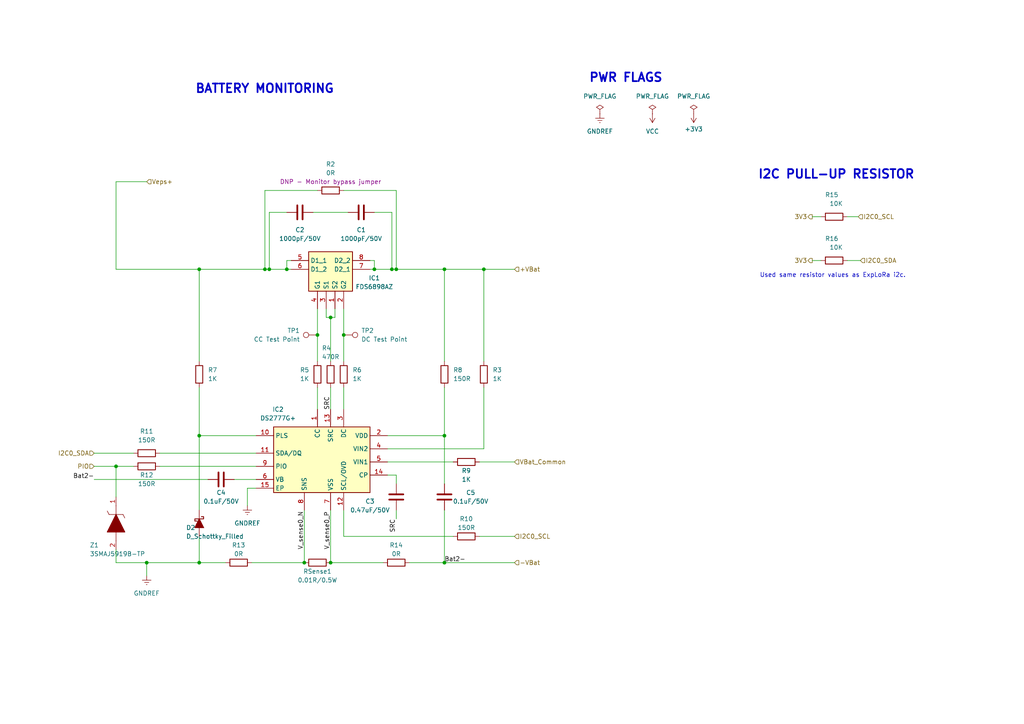
<source format=kicad_sch>
(kicad_sch (version 20230121) (generator eeschema)
  (paper "A4")
  (lib_symbols
    (symbol "3SMAJ5919B-TP:3SMAJ5919B-TP" (pin_names (offset 0.762))
      (property "Reference" "Z" (at 10.16 8.89 0))
      (property "Value" "3SMAJ5919B-TP" (at 10.16 6.35 0))
      (symbol "3SMAJ5919B-TP_0_0"
        (pin passive line (at 0 0 0) (length 2.54) (name "~") (number "1"))
        (pin passive line (at 15.24 0 180) (length 2.54) (name "~") (number "2"))
      )
      (symbol "3SMAJ5919B-TP_0_1"
        (polyline (pts (xy 2.54 0) (xy 5.08 0)) (stroke (width 0.1524)))
        (polyline (pts (xy 4.064 -2.54) (xy 5.08 -2.032)) (stroke (width 0.1524)))
        (polyline (pts (xy 5.08 2.032) (xy 5.08 -2.032)) (stroke (width 0.1524)))
        (polyline (pts (xy 5.08 2.032) (xy 6.096 2.54)) (stroke (width 0.1524)))
        (polyline (pts (xy 12.7 0) (xy 10.16 0)) (stroke (width 0.1524)))
        (polyline (pts (xy 5.08 0) (xy 10.16 2.54) (xy 10.16 -2.54) (xy 5.08 0)) (stroke (width 0.254)) (fill (type outline)))
      )
    )
    (symbol "Connector:TestPoint" (pin_numbers hide) (pin_names (offset 0.762) hide)
      (property "Reference" "TP" (at 0 6.858 0))
      (property "Value" "TestPoint" (at 0 5.08 0))
      (symbol "TestPoint_0_1"
        (circle (center 0 3.302) (radius 0.762))
      )
      (symbol "TestPoint_1_1"
        (pin passive line (at 0 0 90) (length 2.54) (name "1") (number "1"))
      )
    )
    (symbol "DS2777G+:DS2777G+"
      (property "Reference" "IC2" (at 6.35 7.62 0))
      (property "Value" "DS2777G+" (at 6.35 5.08 0))
      (symbol "DS2777G+_1_1"
        (rectangle (start 5.08 2.54) (end 33.02 -16.51) (stroke (width 0.254)) (fill (type background)))
        (pin passive line (at 17.78 7.62 270) (length 5.08) (name "CC") (number "1"))
        (pin passive line (at 0 0 0) (length 5.08) (name "PLS") (number "10"))
        (pin passive line (at 0 -5.08 0) (length 5.08) (name "SDA/DQ") (number "11"))
        (pin passive line (at 25.4 -21.59 90) (length 5.08) (name "SCL/OVD") (number "12"))
        (pin passive line (at 21.59 7.62 270) (length 5.08) (name "SRC") (number "13"))
        (pin passive line (at 38.1 -11.43 180) (length 5.08) (name "CP") (number "14"))
        (pin passive line (at 0 -15.24 0) (length 5.08) (name "EP") (number "15"))
        (pin passive line (at 38.1 0 180) (length 5.08) (name "VDD") (number "2"))
        (pin passive line (at 25.4 7.62 270) (length 5.08) (name "DC") (number "3"))
        (pin passive line (at 38.1 -3.81 180) (length 5.08) (name "VIN2") (number "4"))
        (pin passive line (at 38.1 -7.62 180) (length 5.08) (name "VIN1") (number "5"))
        (pin passive line (at 0 -12.7 0) (length 5.08) (name "VB") (number "6"))
        (pin passive line (at 21.59 -21.59 90) (length 5.08) (name "VSS") (number "7"))
        (pin passive line (at 13.97 -21.59 90) (length 5.08) (name "SNS") (number "8"))
        (pin passive line (at 0 -8.89 0) (length 5.08) (name "PIO") (number "9"))
      )
    )
    (symbol "Device:C" (pin_numbers hide) (pin_names (offset 0.254))
      (property "Reference" "C" (at 0.635 2.54 0))
      (property "Value" "C" (at 0.635 -2.54 0))
      (symbol "C_0_1"
        (polyline (pts (xy -2.032 -0.762) (xy 2.032 -0.762)) (stroke (width 0.508)))
        (polyline (pts (xy -2.032 0.762) (xy 2.032 0.762)) (stroke (width 0.508)))
      )
      (symbol "C_1_1"
        (pin passive line (at 0 3.81 270) (length 2.794) (name "~") (number "1"))
        (pin passive line (at 0 -3.81 90) (length 2.794) (name "~") (number "2"))
      )
    )
    (symbol "Device:D_Schottky_Filled" (pin_numbers hide) (pin_names (offset 1.016) hide)
      (property "Reference" "D" (at 0 2.54 0))
      (property "Value" "D_Schottky_Filled" (at 0 -2.54 0))
      (symbol "D_Schottky_Filled_0_1"
        (polyline (pts (xy 1.27 0) (xy -1.27 0)))
        (polyline (pts (xy 1.27 1.27) (xy 1.27 -1.27) (xy -1.27 0) (xy 1.27 1.27)) (stroke (width 0.254)) (fill (type outline)))
        (polyline (pts (xy -1.905 0.635) (xy -1.905 1.27) (xy -1.27 1.27) (xy -1.27 -1.27) (xy -0.635 -1.27) (xy -0.635 -0.635)) (stroke (width 0.254)))
      )
      (symbol "D_Schottky_Filled_1_1"
        (pin passive line (at -3.81 0 0) (length 2.54) (name "K") (number "1"))
        (pin passive line (at 3.81 0 180) (length 2.54) (name "A") (number "2"))
      )
    )
    (symbol "Device:R" (pin_numbers hide) (pin_names (offset 0))
      (property "Reference" "R" (at 2.032 0 90))
      (property "Value" "R" (at 0 0 90))
      (symbol "R_0_1"
        (rectangle (start -1.016 -2.54) (end 1.016 2.54) (stroke (width 0.254)))
      )
      (symbol "R_1_1"
        (pin passive line (at 0 3.81 270) (length 1.27) (name "~") (number "1"))
        (pin passive line (at 0 -3.81 90) (length 1.27) (name "~") (number "2"))
      )
    )
    (symbol "FDS6898AZ-:FDS6898AZ"
      (property "Reference" "IC1" (at 12.7 7.62 0))
      (property "Value" "FDS6898AZ" (at 12.7 5.08 0))
      (symbol "FDS6898AZ_1_1"
        (rectangle (start 6.35 -6.35) (end 19.05 -17.78) (stroke (width 0.254)) (fill (type background)))
        (pin passive line (at 13.97 -22.86 90) (length 5.08) (name "S2") (number "1"))
        (pin passive line (at 16.51 -22.86 90) (length 5.08) (name "G2") (number "2"))
        (pin passive line (at 11.43 -22.86 90) (length 5.08) (name "S1") (number "3"))
        (pin passive line (at 8.89 -22.86 90) (length 5.08) (name "G1") (number "4"))
        (pin passive line (at 1.27 -8.89 0) (length 5.08) (name "D1_1") (number "5"))
        (pin passive line (at 1.27 -11.43 0) (length 5.08) (name "D1_2") (number "6"))
        (pin passive line (at 24.13 -11.43 180) (length 5.08) (name "D2_1") (number "7"))
        (pin passive line (at 24.13 -8.89 180) (length 5.08) (name "D2_2") (number "8"))
      )
    )
    (symbol "power:+3V3" (power) (pin_names (offset 0))
      (property "Value" "+3V3" (at 0 3.556 0))
      (symbol "+3V3_0_1"
        (polyline (pts (xy -0.762 1.27) (xy 0 2.54)))
        (polyline (pts (xy 0 0) (xy 0 2.54)))
        (polyline (pts (xy 0 2.54) (xy 0.762 1.27)))
      )
      (symbol "+3V3_1_1"
        (pin power_in line (at 0 0 90) (length 0) hide (name "+3V3") (number "1"))
      )
    )
    (symbol "power:GNDREF" (power) (pin_names (offset 0))
      (property "Value" "GNDREF" (at 0 -3.81 0))
      (symbol "GNDREF_0_1"
        (polyline (pts (xy -0.635 -1.905) (xy 0.635 -1.905)))
        (polyline (pts (xy -0.127 -2.54) (xy 0.127 -2.54)))
        (polyline (pts (xy 0 -1.27) (xy 0 0)))
        (polyline (pts (xy 1.27 -1.27) (xy -1.27 -1.27)))
      )
      (symbol "GNDREF_1_1"
        (pin power_in line (at 0 0 270) (length 0) hide (name "GNDREF") (number "1"))
      )
    )
    (symbol "power:PWR_FLAG" (power) (pin_numbers hide) (pin_names (offset 0) hide)
      (property "Value" "PWR_FLAG" (at 0 3.81 0))
      (symbol "PWR_FLAG_0_0"
        (pin power_out line (at 0 0 90) (length 0) (name "pwr") (number "1"))
      )
      (symbol "PWR_FLAG_0_1"
        (polyline (pts (xy 0 0) (xy 0 1.27) (xy -1.016 1.905) (xy 0 2.54) (xy 1.016 1.905) (xy 0 1.27)))
      )
    )
    (symbol "power:VCC" (power) (pin_names (offset 0))
      (property "Value" "VCC" (at 0 3.81 0))
      (symbol "VCC_0_1"
        (polyline (pts (xy -0.762 1.27) (xy 0 2.54)))
        (polyline (pts (xy 0 0) (xy 0 2.54)))
        (polyline (pts (xy 0 2.54) (xy 0.762 1.27)))
      )
      (symbol "VCC_1_1"
        (pin power_in line (at 0 0 90) (length 0) hide (name "VCC") (number "1"))
      )
    )
  )
  (junction (at 95.885 92.075))
  (junction (at 57.785 78.105))
  (junction (at 113.665 78.105))
  (junction (at 140.335 78.105))
  (junction (at 78.105 78.105))
  (junction (at 128.905 78.105))
  (junction (at 33.655 135.255))
  (junction (at 95.885 163.195))
  (junction (at 128.905 126.365))
  (junction (at 42.545 163.195))
  (junction (at 83.185 78.105))
  (junction (at 99.695 97.155))
  (junction (at 76.835 78.105))
  (junction (at 57.785 163.195))
  (junction (at 108.585 78.105))
  (junction (at 57.785 126.365))
  (junction (at 92.075 97.155))
  (junction (at 114.935 78.105))
  (junction (at 88.265 163.195))
  (junction (at 128.905 163.195))
  (wire (pts (xy 128.905 147.955) (xy 128.905 163.195)))
  (wire (pts (xy 245.745 62.865) (xy 248.92 62.865)))
  (wire (pts (xy 140.335 112.395) (xy 140.335 130.175)))
  (wire (pts (xy 83.185 75.565) (xy 83.185 78.105)))
  (wire (pts (xy 245.745 75.565) (xy 249.555 75.565)))
  (wire (pts (xy 113.665 61.595) (xy 108.585 61.595)))
  (wire (pts (xy 88.265 147.955) (xy 88.265 163.195)))
  (wire (pts (xy 74.295 126.365) (xy 57.785 126.365)))
  (wire (pts (xy 33.655 52.705) (xy 42.545 52.705)))
  (wire (pts (xy 108.585 78.105) (xy 113.665 78.105)))
  (wire (pts (xy 107.315 78.105) (xy 108.585 78.105)))
  (wire (pts (xy 67.945 139.065) (xy 74.295 139.065)))
  (wire (pts (xy 97.155 92.075) (xy 97.155 89.535)))
  (wire (pts (xy 139.065 133.985) (xy 149.225 133.985)))
  (wire (pts (xy 74.295 141.605) (xy 71.755 141.605)))
  (wire (pts (xy 128.905 126.365) (xy 112.395 126.365)))
  (wire (pts (xy 78.105 61.595) (xy 83.185 61.595)))
  (wire (pts (xy 83.185 78.105) (xy 84.455 78.105)))
  (wire (pts (xy 114.935 78.105) (xy 128.905 78.105)))
  (wire (pts (xy 92.075 97.155) (xy 92.075 104.775)))
  (wire (pts (xy 88.265 163.195) (xy 73.025 163.195)))
  (wire (pts (xy 108.585 78.105) (xy 108.585 75.565)))
  (wire (pts (xy 114.935 137.795) (xy 114.935 140.335)))
  (wire (pts (xy 90.805 61.595) (xy 100.965 61.595)))
  (wire (pts (xy 65.405 163.195) (xy 57.785 163.195)))
  (wire (pts (xy 57.785 78.105) (xy 57.785 104.775)))
  (wire (pts (xy 235.585 75.565) (xy 238.125 75.565)))
  (wire (pts (xy 94.615 92.075) (xy 95.885 92.075)))
  (wire (pts (xy 99.695 55.245) (xy 114.935 55.245)))
  (wire (pts (xy 128.905 112.395) (xy 128.905 126.365)))
  (wire (pts (xy 113.665 78.105) (xy 113.665 61.595)))
  (wire (pts (xy 95.885 112.395) (xy 95.885 118.745)))
  (wire (pts (xy 140.335 78.105) (xy 149.225 78.105)))
  (wire (pts (xy 76.835 55.245) (xy 76.835 78.105)))
  (wire (pts (xy 128.905 163.195) (xy 118.745 163.195)))
  (wire (pts (xy 57.785 112.395) (xy 57.785 126.365)))
  (wire (pts (xy 235.585 62.865) (xy 238.125 62.865)))
  (wire (pts (xy 114.935 147.955) (xy 114.935 150.495)))
  (wire (pts (xy 139.065 155.575) (xy 149.225 155.575)))
  (wire (pts (xy 95.885 92.075) (xy 97.155 92.075)))
  (wire (pts (xy 108.585 75.565) (xy 107.315 75.565)))
  (wire (pts (xy 114.935 55.245) (xy 114.935 78.105)))
  (wire (pts (xy 112.395 133.985) (xy 131.445 133.985)))
  (wire (pts (xy 33.655 135.255) (xy 38.735 135.255)))
  (wire (pts (xy 33.655 163.195) (xy 33.655 159.385)))
  (wire (pts (xy 128.905 78.105) (xy 128.905 104.775)))
  (wire (pts (xy 57.785 163.195) (xy 57.785 155.575)))
  (wire (pts (xy 128.905 78.105) (xy 140.335 78.105)))
  (wire (pts (xy 78.105 78.105) (xy 83.185 78.105)))
  (wire (pts (xy 140.335 78.105) (xy 140.335 104.775)))
  (wire (pts (xy 112.395 137.795) (xy 114.935 137.795)))
  (wire (pts (xy 111.125 163.195) (xy 95.885 163.195)))
  (wire (pts (xy 33.655 144.145) (xy 33.655 135.255)))
  (wire (pts (xy 71.755 141.605) (xy 71.755 146.685)))
  (wire (pts (xy 140.335 130.175) (xy 112.395 130.175)))
  (wire (pts (xy 42.545 163.195) (xy 33.655 163.195)))
  (wire (pts (xy 92.075 89.535) (xy 92.075 97.155)))
  (wire (pts (xy 113.665 78.105) (xy 114.935 78.105)))
  (wire (pts (xy 99.695 147.955) (xy 99.695 155.575)))
  (wire (pts (xy 33.655 52.705) (xy 33.655 78.105)))
  (wire (pts (xy 128.905 126.365) (xy 128.905 140.335)))
  (wire (pts (xy 78.105 78.105) (xy 78.105 61.595)))
  (wire (pts (xy 57.785 147.955) (xy 57.785 126.365)))
  (wire (pts (xy 76.835 78.105) (xy 78.105 78.105)))
  (wire (pts (xy 99.695 89.535) (xy 99.695 97.155)))
  (wire (pts (xy 99.695 97.155) (xy 99.695 104.775)))
  (wire (pts (xy 33.655 78.105) (xy 57.785 78.105)))
  (wire (pts (xy 95.885 147.955) (xy 95.885 163.195)))
  (wire (pts (xy 46.355 131.445) (xy 74.295 131.445)))
  (wire (pts (xy 128.905 163.195) (xy 149.225 163.195)))
  (wire (pts (xy 27.305 131.445) (xy 38.735 131.445)))
  (wire (pts (xy 46.355 135.255) (xy 74.295 135.255)))
  (wire (pts (xy 42.545 163.195) (xy 57.785 163.195)))
  (wire (pts (xy 95.885 92.075) (xy 95.885 104.775)))
  (wire (pts (xy 42.545 163.195) (xy 42.545 167.005)))
  (wire (pts (xy 92.075 55.245) (xy 76.835 55.245)))
  (wire (pts (xy 27.305 135.255) (xy 33.655 135.255)))
  (wire (pts (xy 94.615 89.535) (xy 94.615 92.075)))
  (wire (pts (xy 99.695 112.395) (xy 99.695 118.745)))
  (wire (pts (xy 27.305 139.065) (xy 60.325 139.065)))
  (wire (pts (xy 84.455 75.565) (xy 83.185 75.565)))
  (wire (pts (xy 99.695 155.575) (xy 131.445 155.575)))
  (wire (pts (xy 57.785 78.105) (xy 76.835 78.105)))
  (wire (pts (xy 92.075 112.395) (xy 92.075 118.745)))
  (text "I2C PULL-UP RESISTOR" (at 219.7327 52.1397 0) (effects (font (size 2.5 2.5) (thickness 0.5) bold) (justify left bottom)))
  (text "PWR FLAGS" (at 170.7191 24.1165 0) (effects (font (size 2.5 2.5) (thickness 0.5) bold) (justify left bottom)))
  (text "Used same resistor values as ExpLoRa i2c." (at 220.345 80.645 0) (effects (font (size 1.27 1.27)) (justify left bottom)))
  (text "BATTERY MONITORING" (at 56.515 27.305 0) (effects (font (size 2.5 2.5) (thickness 0.5) bold) (justify left bottom)))
  (label "Bat2-" (at 27.305 139.065 180))
  (label "SRC" (at 95.885 114.935 270))
  (label "Bat2-" (at 128.905 163.195 0))
  (label "V_sense0_P" (at 95.885 159.385 90))
  (label "SRC" (at 114.935 150.495 270))
  (label "V_sense0_N" (at 88.265 159.385 90))
  (hierarchical_label "VBat_Common" (shape input) (at 149.225 133.985 0))
  (hierarchical_label "I2C0_SCL" (shape input) (at 149.225 155.575 0))
  (hierarchical_label "PIO" (shape input) (at 27.305 135.255 180))
  (hierarchical_label "I2C0_SDA" (shape input) (at 27.305 131.445 180))
  (hierarchical_label "I2C0_SCL" (shape input) (at 248.92 62.865 0))
  (hierarchical_label "+VBat" (shape input) (at 149.225 78.105 0))
  (hierarchical_label "I2C0_SDA" (shape input) (at 249.555 75.565 0))
  (hierarchical_label "3V3" (shape output) (at 235.585 75.565 180))
  (hierarchical_label "Veps+" (shape input) (at 42.545 52.705 0))
  (hierarchical_label "-VBat" (shape input) (at 149.225 163.195 0))
  (hierarchical_label "3V3" (shape output) (at 235.585 62.865 180))
  (symbol (lib_id "Connector:TestPoint") (at 92.075 97.155 90) (unit 1)
    (property "Reference" "TP1" (at 86.995 95.885 90) (effects (justify left)))
    (property "Value" "CC Test Point" (at 86.995 98.425 90) (effects (justify left)))
    (property "Footprint" "TestPoint:TestPoint_Pad_D2.5mm" (effects hide))
    (instances (project "bat-module" (path "" (reference "TP1") (unit 1)) (path "" (reference "TP3") (unit 1))))
  )
  (symbol (lib_id "FDS6898AZ-:FDS6898AZ") (at 83.185 66.675 0) (unit 1)
    (property "Reference" "IC1" (at 108.585 80.645 0))
    (property "Value" "FDS6898AZ" (at 108.585 83.185 0))
    (property "Footprint" "footprints:FDS6898AZ" (effects hide))
    (property "Datasheet" "https://datasheet.datasheetarchive.com/originals/distributors/Datasheets_SAMA/aed9b2fe0215d221e3e246017d3462cd.pdf" (effects hide))
    (property "Height" "1.75" (effects hide))
    (property "Mouser Part Number" "512-FDS6898AZ" (effects hide))
    (property "Mouser Price/Stock" "https://www.mouser.co.uk/ProductDetail/ON-Semiconductor-Fairchild/FDS6898AZ?qs=M37yUtvuNLyt4PLCZo7LIg%3D%3D" (effects hide))
    (property "Manufacturer_Name" "onsemi" (effects hide))
    (property "Manufacturer_Part_Number" "FDS6898AZ" (effects hide))
    (instances (project "bat-module" (path "" (reference "IC1") (unit 1)) (path "" (reference "IC4") (unit 1))))
  )
  (symbol (lib_id "Device:R") (at 140.335 108.585 0) (unit 1)
    (property "Reference" "R3" (at 142.875 107.315 0) (effects (justify left)))
    (property "Value" "1K" (at 142.875 109.855 0) (effects (justify left)))
    (property "Footprint" "Resistor_SMD:R_0603_1608Metric_Pad0.98x0.95mm_HandSolder" (effects hide))
    (instances (project "bat-module" (path "" (reference "R3") (unit 1)) (path "" (reference "R55") (unit 1))))
  )
  (symbol (lib_id "Connector:TestPoint") (at 99.695 97.155 270) (unit 1)
    (property "Reference" "TP2" (at 104.775 95.885 90) (effects (justify left)))
    (property "Value" "DC Test Point" (at 104.775 98.425 90) (effects (justify left)))
    (property "Footprint" "TestPoint:TestPoint_Pad_D2.5mm" (effects hide))
    (instances (project "bat-module" (path "" (reference "TP2") (unit 1)) (path "" (reference "TP4") (unit 1))))
  )
  (symbol (lib_id "Device:C") (at 104.775 61.595 90) (unit 1)
    (property "Reference" "C1" (at 104.775 66.675 90))
    (property "Value" "1000pF/50V" (at 104.775 69.215 90))
    (property "Footprint" "Capacitor_SMD:C_0603_1608Metric_Pad1.08x0.95mm_HandSolder" (effects hide))
    (instances (project "bat-module" (path "" (reference "C1") (unit 1)) (path "" (reference "C29") (unit 1))))
  )
  (symbol (lib_id "power:GNDREF") (at 71.755 146.685 0) (unit 1)
    (property "Reference" "#PWR02" (effects hide))
    (property "Value" "GNDREF" (at 71.755 151.765 0))
    (instances (project "bat-module" (path "" (reference "#PWR02") (unit 1)) (path "" (reference "#PWR015") (unit 1))))
  )
  (symbol (lib_id "Device:R") (at 241.935 75.565 90) (unit 1)
    (property "Reference" "R16" (at 243.205 69.215 90) (effects (justify left)))
    (property "Value" "10K" (at 244.475 71.755 90) (effects (justify left)))
    (property "Footprint" "Resistor_SMD:R_0603_1608Metric_Pad0.98x0.95mm_HandSolder" (effects hide))
    (property "Partnumber" "MCT06030C1002FP500" (effects hide))
    (instances (project "bat-module" (path "" (reference "R16") (unit 1)) (path "" (reference "R57") (unit 1))) (project "explora" (path "" (reference "R8") (unit 1))))
  )
  (symbol (lib_id "DS2777G+:DS2777G+") (at 74.295 126.365 0) (unit 1)
    (property "Reference" "IC2" (at 80.645 118.745 0))
    (property "Value" "DS2777G+" (at 80.645 121.285 0))
    (property "Footprint" "footprints:DS2777G+" (effects hide))
    (property "Datasheet" "https://datasheets.maximintegrated.com/en/ds/DS2775-DS2778.pdf" (effects hide))
    (property "Height" "0.8" (effects hide))
    (property "Mouser Part Number" "700-DS2777G" (effects hide))
    (property "Mouser Price/Stock" "https://www.mouser.co.uk/ProductDetail/Maxim-Integrated/DS2777G%2b?qs=LHmEVA8xxfYz6minjeAAkw%3D%3D" (effects hide))
    (property "Manufacturer_Name" "Analog Devices" (effects hide))
    (property "Manufacturer_Part_Number" "DS2777G+" (effects hide))
    (instances (project "bat-module" (path "" (reference "IC2") (unit 1)) (path "" (reference "IC3") (unit 1))))
  )
  (symbol (lib_id "Device:D_Schottky_Filled") (at 57.785 151.765 270) (unit 1) (in_bom no)
    (property "Reference" "D2" (at 53.975 153.035 90) (effects (justify left)))
    (property "Value" "D_Schottky_Filled" (at 53.975 155.575 90) (effects (justify left)))
    (property "Footprint" "footprints:NSVR0320MW2T1G" (effects hide))
    (instances (project "bat-module" (path "" (reference "D2") (unit 1)) (path "" (reference "D3") (unit 1))))
  )
  (symbol (lib_id "Device:R") (at 69.215 163.195 90) (unit 1)
    (property "Reference" "R13" (at 69.215 158.115 90))
    (property "Value" "0R" (at 69.215 160.655 90))
    (property "Footprint" "Resistor_SMD:R_0603_1608Metric_Pad0.98x0.95mm_HandSolder" (effects hide))
    (instances (project "bat-module" (path "" (reference "R13") (unit 1)) (path "" (reference "R46") (unit 1))))
  )
  (symbol (lib_id "power:+3V3") (at 201.1991 33.0065 180) (unit 1)
    (property "Reference" "#PWR039" (effects hide))
    (property "Value" "+3V3" (at 201.1991 37.4515 0))
    (instances (project "bat-module" (path "" (reference "#PWR039") (unit 1)) (path "" (reference "#PWR024") (unit 1))))
  )
  (symbol (lib_id "Device:R") (at 42.545 135.255 90) (unit 1)
    (property "Reference" "R12" (at 42.545 137.795 90))
    (property "Value" "150R" (at 42.545 140.335 90))
    (property "Footprint" "Resistor_SMD:R_0603_1608Metric_Pad0.98x0.95mm_HandSolder" (effects hide))
    (instances (project "bat-module" (path "" (reference "R12") (unit 1)) (path "" (reference "R44") (unit 1))))
  )
  (symbol (lib_id "power:VCC") (at 189.23 33.02 180) (unit 1)
    (property "Reference" "#PWR06" (effects hide))
    (property "Value" "VCC" (at 189.23 38.1 0))
    (instances (project "bat-module" (path "" (reference "#PWR06") (unit 1)) (path "" (reference "#PWR022") (unit 1))))
  )
  (symbol (lib_id "Device:R") (at 42.545 131.445 90) (unit 1)
    (property "Reference" "R11" (at 42.545 125.095 90))
    (property "Value" "150R" (at 42.545 127.635 90))
    (property "Footprint" "Resistor_SMD:R_0603_1608Metric_Pad0.98x0.95mm_HandSolder" (effects hide))
    (instances (project "bat-module" (path "" (reference "R11") (unit 1)) (path "" (reference "R43") (unit 1))))
  )
  (symbol (lib_id "Device:R") (at 128.905 108.585 0) (unit 1)
    (property "Reference" "R8" (at 131.445 107.315 0) (effects (justify left)))
    (property "Value" "150R" (at 131.445 109.855 0) (effects (justify left)))
    (property "Footprint" "Resistor_SMD:R_0603_1608Metric_Pad0.98x0.95mm_HandSolder" (effects hide))
    (instances (project "bat-module" (path "" (reference "R8") (unit 1)) (path "" (reference "R52") (unit 1))))
  )
  (symbol (lib_id "3SMAJ5919B-TP:3SMAJ5919B-TP") (at 33.655 144.145 270) (unit 1)
    (property "Reference" "Z1" (at 26.035 158.115 90) (effects (justify left)))
    (property "Value" "3SMAJ5919B-TP" (at 26.035 160.655 90) (effects (justify left)))
    (property "Footprint" "footprints:3SMAJ5919B-TP" (effects hide))
    (property "Datasheet" "https://mccsemi.com/pdf/Products/3SMAJ5918B-3SMAJ5956B(SMA).pdf" (effects hide))
    (property "Height" "2.44" (effects hide))
    (property "Mouser Part Number" "833-3SMAJ5919B-TP" (effects hide))
    (property "Mouser Price/Stock" "https://www.mouser.co.uk/ProductDetail/Micro-Commercial-Components-MCC/3SMAJ5919B-TP?qs=ZNK0BnemlqFOug%252B1FuXOvQ%3D%3D" (effects hide))
    (property "Manufacturer_Name" "MCC" (effects hide))
    (property "Manufacturer_Part_Number" "3SMAJ5919B-TP" (effects hide))
    (property "Description" "Zener Diodes" (effects hide))
    (instances (project "bat-module" (path "" (reference "Z1") (unit 1)) (path "" (reference "Z2") (unit 1))))
  )
  (symbol (lib_id "power:GNDREF") (at 173.99 33.02 0) (unit 1)
    (property "Reference" "#PWR05" (effects hide))
    (property "Value" "GNDREF" (at 173.99 38.1 0))
    (instances (project "bat-module" (path "" (reference "#PWR05") (unit 1)) (path "" (reference "#PWR018") (unit 1))))
  )
  (symbol (lib_id "Device:R") (at 95.885 108.585 0) (unit 1)
    (property "Reference" "R4" (at 93.345 100.965 0) (effects (justify left)))
    (property "Value" "470R" (at 93.345 103.505 0) (effects (justify left)))
    (property "Footprint" "Resistor_SMD:R_0603_1608Metric_Pad0.98x0.95mm_HandSolder" (effects hide))
    (instances (project "bat-module" (path "" (reference "R4") (unit 1)) (path "" (reference "R49") (unit 1))))
  )
  (symbol (lib_id "Device:C") (at 64.135 139.065 90) (unit 1)
    (property "Reference" "C4" (at 64.135 142.875 90))
    (property "Value" "0.1uF/50V" (at 64.135 145.415 90))
    (property "Footprint" "Capacitor_SMD:C_0603_1608Metric_Pad1.08x0.95mm_HandSolder" (effects hide))
    (instances (project "bat-module" (path "" (reference "C4") (unit 1)) (path "" (reference "C27") (unit 1))))
  )
  (symbol (lib_id "Device:C") (at 114.935 144.145 180) (unit 1)
    (property "Reference" "C3" (at 107.315 145.415 0))
    (property "Value" "0.47uF/50V" (at 107.315 147.955 0))
    (property "Footprint" "Capacitor_SMD:C_0603_1608Metric_Pad1.08x0.95mm_HandSolder" (effects hide))
    (instances (project "bat-module" (path "" (reference "C3") (unit 1)) (path "" (reference "C30") (unit 1))))
  )
  (symbol (lib_id "power:PWR_FLAG") (at 201.1991 33.0065 0) (unit 1)
    (property "Reference" "#FLG03" (effects hide))
    (property "Value" "PWR_FLAG" (at 201.1991 27.9265 0))
    (instances (project "bat-module" (path "" (reference "#FLG03") (unit 1)) (path "" (reference "#FLG07") (unit 1))))
  )
  (symbol (lib_id "Device:R") (at 92.075 163.195 90) (unit 1)
    (property "Reference" "RSense1" (at 92.075 165.735 90))
    (property "Value" "0.01R/0.5W" (at 92.075 168.275 90))
    (property "Footprint" "Resistor_SMD:R_1206_3216Metric_Pad1.30x1.75mm_HandSolder" (effects hide))
    (instances (project "bat-module" (path "" (reference "RSense1") (unit 1)) (path "" (reference "RSense2") (unit 1))))
  )
  (symbol (lib_id "power:PWR_FLAG") (at 189.23 33.02 0) (unit 1)
    (property "Reference" "#FLG01" (effects hide))
    (property "Value" "PWR_FLAG" (at 189.23 27.94 0))
    (instances (project "bat-module" (path "" (reference "#FLG01") (unit 1)) (path "" (reference "#FLG06") (unit 1))))
  )
  (symbol (lib_id "Device:R") (at 135.255 133.985 90) (unit 1)
    (property "Reference" "R9" (at 135.255 136.525 90))
    (property "Value" "1K" (at 135.255 139.065 90))
    (property "Footprint" "Resistor_SMD:R_0603_1608Metric_Pad0.98x0.95mm_HandSolder" (effects hide))
    (instances (project "bat-module" (path "" (reference "R9") (unit 1)) (path "" (reference "R53") (unit 1))))
  )
  (symbol (lib_id "Device:C") (at 86.995 61.595 270) (unit 1)
    (property "Reference" "C2" (at 86.995 66.675 90))
    (property "Value" "1000pF/50V" (at 86.995 69.215 90))
    (property "Footprint" "Capacitor_SMD:C_0603_1608Metric_Pad1.08x0.95mm_HandSolder" (effects hide))
    (instances (project "bat-module" (path "" (reference "C2") (unit 1)) (path "" (reference "C28") (unit 1))))
  )
  (symbol (lib_id "Device:R") (at 57.785 108.585 0) (unit 1)
    (property "Reference" "R7" (at 60.325 107.315 0) (effects (justify left)))
    (property "Value" "1K" (at 60.325 109.855 0) (effects (justify left)))
    (property "Footprint" "Resistor_SMD:R_0603_1608Metric_Pad0.98x0.95mm_HandSolder" (effects hide))
    (instances (project "bat-module" (path "" (reference "R7") (unit 1)) (path "" (reference "R45") (unit 1))))
  )
  (symbol (lib_id "Device:C") (at 128.905 144.145 180) (unit 1)
    (property "Reference" "C5" (at 136.525 142.875 0))
    (property "Value" "0.1uF/50V" (at 136.525 145.415 0))
    (property "Footprint" "Capacitor_SMD:C_0603_1608Metric_Pad1.08x0.95mm_HandSolder" (effects hide))
    (instances (project "bat-module" (path "" (reference "C5") (unit 1)) (path "" (reference "C31") (unit 1))))
  )
  (symbol (lib_id "Device:R") (at 92.075 108.585 180) (unit 1)
    (property "Reference" "R5" (at 86.995 107.315 0) (effects (justify right)))
    (property "Value" "1K" (at 86.995 109.855 0) (effects (justify right)))
    (property "Footprint" "Resistor_SMD:R_0603_1608Metric_Pad0.98x0.95mm_HandSolder" (effects hide))
    (instances (project "bat-module" (path "" (reference "R5") (unit 1)) (path "" (reference "R47") (unit 1))))
  )
  (symbol (lib_id "power:GNDREF") (at 42.545 167.005 0) (unit 1)
    (property "Reference" "#PWR03" (effects hide))
    (property "Value" "GNDREF" (at 42.545 172.085 0))
    (instances (project "bat-module" (path "" (reference "#PWR03") (unit 1)) (path "" (reference "#PWR04") (unit 1))))
  )
  (symbol (lib_id "Device:R") (at 114.935 163.195 90) (unit 1)
    (property "Reference" "R14" (at 114.935 158.115 90))
    (property "Value" "0R" (at 114.935 160.655 90))
    (property "Footprint" "Resistor_SMD:R_0603_1608Metric_Pad0.98x0.95mm_HandSolder" (effects hide))
    (instances (project "bat-module" (path "" (reference "R14") (unit 1)) (path "" (reference "R51") (unit 1))))
  )
  (symbol (lib_id "Device:R") (at 241.935 62.865 90) (unit 1)
    (property "Reference" "R15" (at 243.205 56.515 90) (effects (justify left)))
    (property "Value" "10K" (at 244.475 59.055 90) (effects (justify left)))
    (property "Footprint" "Resistor_SMD:R_0603_1608Metric_Pad0.98x0.95mm_HandSolder" (effects hide))
    (property "Partnumber" "MCT06030C1002FP500" (effects hide))
    (instances (project "bat-module" (path "" (reference "R15") (unit 1)) (path "" (reference "R56") (unit 1))) (project "explora" (path "" (reference "R5") (unit 1))))
  )
  (symbol (lib_id "Device:R") (at 99.695 108.585 0) (unit 1)
    (property "Reference" "R6" (at 102.235 107.315 0) (effects (justify left)))
    (property "Value" "1K" (at 102.235 109.855 0) (effects (justify left)))
    (property "Footprint" "Resistor_SMD:R_0603_1608Metric_Pad0.98x0.95mm_HandSolder" (effects hide))
    (instances (project "bat-module" (path "" (reference "R6") (unit 1)) (path "" (reference "R50") (unit 1))))
  )
  (symbol (lib_id "Device:R") (at 135.255 155.575 90) (unit 1)
    (property "Reference" "R10" (at 135.255 150.495 90))
    (property "Value" "150R" (at 135.255 153.035 90))
    (property "Footprint" "Resistor_SMD:R_0603_1608Metric_Pad0.98x0.95mm_HandSolder" (effects hide))
    (instances (project "bat-module" (path "" (reference "R10") (unit 1)) (path "" (reference "R54") (unit 1))))
  )
  (symbol (lib_id "Device:R") (at 95.885 55.245 90) (unit 1) (in_bom no)
    (property "Reference" "R2" (at 95.885 47.625 90))
    (property "Value" "0R" (at 95.885 50.165 90))
    (property "Footprint" "Resistor_SMD:R_0603_1608Metric_Pad0.98x0.95mm_HandSolder" (effects hide))
    (property "Comments" "DNP - Monitor bypass jumper" (at 95.885 52.705 90))
    (instances (project "bat-module" (path "" (reference "R2") (unit 1)) (path "" (reference "R48") (unit 1))))
  )
  (symbol (lib_id "power:PWR_FLAG") (at 173.99 33.02 0) (unit 1)
    (property "Reference" "#FLG02" (effects hide))
    (property "Value" "PWR_FLAG" (at 173.99 27.94 0))
    (instances (project "bat-module" (path "" (reference "#FLG02") (unit 1)) (path "" (reference "#FLG05") (unit 1))))
  )
)
</source>
